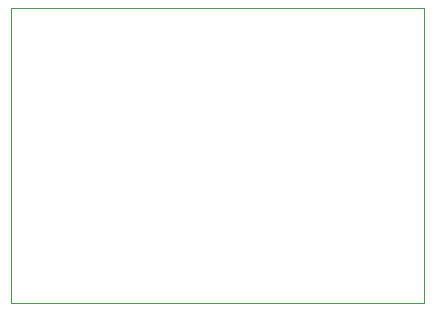
<source format=gbr>
%TF.GenerationSoftware,KiCad,Pcbnew,(6.0.1)*%
%TF.CreationDate,2022-02-12T12:27:59+00:00*%
%TF.ProjectId,LowPass_10mm,4c6f7750-6173-4735-9f31-306d6d2e6b69,rev?*%
%TF.SameCoordinates,Original*%
%TF.FileFunction,Profile,NP*%
%FSLAX46Y46*%
G04 Gerber Fmt 4.6, Leading zero omitted, Abs format (unit mm)*
G04 Created by KiCad (PCBNEW (6.0.1)) date 2022-02-12 12:27:59*
%MOMM*%
%LPD*%
G01*
G04 APERTURE LIST*
%TA.AperFunction,Profile*%
%ADD10C,0.100000*%
%TD*%
G04 APERTURE END LIST*
D10*
X100000000Y-125000000D02*
X100000000Y-100000000D01*
X135000000Y-100000000D02*
X100000000Y-100000000D01*
X135000000Y-125000000D02*
X135000000Y-100000000D01*
X100000000Y-125000000D02*
X135000000Y-125000000D01*
M02*

</source>
